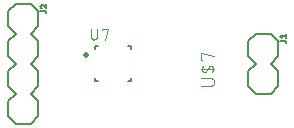
<source format=gbr>
G04 EAGLE Gerber RS-274X export*
G75*
%MOMM*%
%FSLAX34Y34*%
%LPD*%
%INSilkscreen Top*%
%IPPOS*%
%AMOC8*
5,1,8,0,0,1.08239X$1,22.5*%
G01*
%ADD10C,0.203200*%
%ADD11C,0.127000*%
%ADD12C,0.101600*%
%ADD13C,0.150000*%
%ADD14C,0.500000*%
%ADD15C,0.076200*%


D10*
X254000Y95250D02*
X254000Y82550D01*
X247650Y76200D01*
X234950Y76200D02*
X228600Y82550D01*
X247650Y76200D02*
X254000Y69850D01*
X254000Y57150D01*
X247650Y50800D01*
X234950Y50800D02*
X228600Y57150D01*
X228600Y69850D01*
X234950Y76200D01*
X234950Y101600D02*
X247650Y101600D01*
X254000Y95250D01*
X234950Y101600D02*
X228600Y95250D01*
X228600Y82550D01*
X234950Y50800D02*
X247650Y50800D01*
D11*
X255905Y95336D02*
X259659Y95336D01*
X259724Y95334D01*
X259788Y95328D01*
X259852Y95318D01*
X259916Y95305D01*
X259978Y95287D01*
X260039Y95266D01*
X260099Y95242D01*
X260157Y95213D01*
X260214Y95181D01*
X260268Y95146D01*
X260320Y95108D01*
X260370Y95066D01*
X260417Y95022D01*
X260461Y94975D01*
X260503Y94925D01*
X260541Y94873D01*
X260576Y94819D01*
X260608Y94762D01*
X260637Y94704D01*
X260661Y94644D01*
X260682Y94583D01*
X260700Y94521D01*
X260713Y94457D01*
X260723Y94393D01*
X260729Y94329D01*
X260731Y94264D01*
X260731Y93727D01*
X256977Y98284D02*
X255905Y99624D01*
X260731Y99624D01*
X260731Y98284D02*
X260731Y100965D01*
D10*
X50800Y44450D02*
X50800Y31750D01*
X44450Y25400D01*
X31750Y25400D02*
X25400Y31750D01*
X50800Y69850D02*
X44450Y76200D01*
X50800Y69850D02*
X50800Y57150D01*
X44450Y50800D01*
X31750Y50800D02*
X25400Y57150D01*
X25400Y69850D01*
X31750Y76200D01*
X44450Y50800D02*
X50800Y44450D01*
X31750Y50800D02*
X25400Y44450D01*
X25400Y31750D01*
X50800Y107950D02*
X50800Y120650D01*
X50800Y107950D02*
X44450Y101600D01*
X31750Y101600D02*
X25400Y107950D01*
X44450Y101600D02*
X50800Y95250D01*
X50800Y82550D01*
X44450Y76200D01*
X31750Y76200D02*
X25400Y82550D01*
X25400Y95250D01*
X31750Y101600D01*
X31750Y127000D02*
X44450Y127000D01*
X50800Y120650D01*
X31750Y127000D02*
X25400Y120650D01*
X25400Y107950D01*
X31750Y25400D02*
X44450Y25400D01*
D11*
X52705Y120736D02*
X56459Y120736D01*
X56524Y120734D01*
X56588Y120728D01*
X56652Y120718D01*
X56716Y120705D01*
X56778Y120687D01*
X56839Y120666D01*
X56899Y120642D01*
X56957Y120613D01*
X57014Y120581D01*
X57068Y120546D01*
X57120Y120508D01*
X57170Y120466D01*
X57217Y120422D01*
X57261Y120375D01*
X57303Y120325D01*
X57341Y120273D01*
X57376Y120219D01*
X57408Y120162D01*
X57437Y120104D01*
X57461Y120044D01*
X57482Y119983D01*
X57500Y119921D01*
X57513Y119857D01*
X57523Y119793D01*
X57529Y119729D01*
X57531Y119664D01*
X57531Y119127D01*
X52705Y125158D02*
X52707Y125226D01*
X52713Y125293D01*
X52722Y125360D01*
X52735Y125427D01*
X52752Y125492D01*
X52773Y125557D01*
X52797Y125620D01*
X52825Y125682D01*
X52856Y125742D01*
X52890Y125800D01*
X52928Y125856D01*
X52968Y125911D01*
X53012Y125962D01*
X53059Y126011D01*
X53108Y126058D01*
X53159Y126102D01*
X53214Y126142D01*
X53270Y126180D01*
X53328Y126214D01*
X53388Y126245D01*
X53450Y126273D01*
X53513Y126297D01*
X53578Y126318D01*
X53643Y126335D01*
X53710Y126348D01*
X53777Y126357D01*
X53844Y126363D01*
X53912Y126365D01*
X52705Y125158D02*
X52707Y125080D01*
X52713Y125002D01*
X52723Y124925D01*
X52736Y124848D01*
X52754Y124772D01*
X52775Y124697D01*
X52800Y124623D01*
X52829Y124551D01*
X52861Y124480D01*
X52897Y124411D01*
X52936Y124343D01*
X52979Y124278D01*
X53025Y124215D01*
X53074Y124154D01*
X53126Y124096D01*
X53181Y124041D01*
X53238Y123988D01*
X53298Y123939D01*
X53361Y123892D01*
X53426Y123849D01*
X53492Y123809D01*
X53561Y123772D01*
X53632Y123739D01*
X53704Y123709D01*
X53778Y123683D01*
X54850Y125963D02*
X54801Y126012D01*
X54749Y126059D01*
X54694Y126102D01*
X54637Y126143D01*
X54578Y126181D01*
X54517Y126215D01*
X54454Y126246D01*
X54390Y126274D01*
X54324Y126298D01*
X54258Y126318D01*
X54190Y126335D01*
X54121Y126348D01*
X54052Y126357D01*
X53982Y126363D01*
X53912Y126365D01*
X54850Y125963D02*
X57531Y123684D01*
X57531Y126365D01*
D12*
X188308Y57484D02*
X196746Y57484D01*
X196746Y57483D02*
X196859Y57485D01*
X196972Y57491D01*
X197085Y57501D01*
X197198Y57515D01*
X197310Y57532D01*
X197421Y57554D01*
X197531Y57579D01*
X197641Y57609D01*
X197749Y57642D01*
X197856Y57679D01*
X197962Y57719D01*
X198066Y57764D01*
X198169Y57812D01*
X198270Y57863D01*
X198369Y57918D01*
X198466Y57976D01*
X198561Y58038D01*
X198654Y58103D01*
X198744Y58171D01*
X198832Y58242D01*
X198918Y58317D01*
X199001Y58394D01*
X199081Y58474D01*
X199158Y58557D01*
X199233Y58643D01*
X199304Y58731D01*
X199372Y58821D01*
X199437Y58914D01*
X199499Y59009D01*
X199557Y59106D01*
X199612Y59205D01*
X199663Y59306D01*
X199711Y59409D01*
X199756Y59513D01*
X199796Y59619D01*
X199833Y59726D01*
X199866Y59834D01*
X199896Y59944D01*
X199921Y60054D01*
X199943Y60165D01*
X199960Y60277D01*
X199974Y60390D01*
X199984Y60503D01*
X199990Y60616D01*
X199992Y60729D01*
X199990Y60842D01*
X199984Y60955D01*
X199974Y61068D01*
X199960Y61181D01*
X199943Y61293D01*
X199921Y61404D01*
X199896Y61514D01*
X199866Y61624D01*
X199833Y61732D01*
X199796Y61839D01*
X199756Y61945D01*
X199711Y62049D01*
X199663Y62152D01*
X199612Y62253D01*
X199557Y62352D01*
X199499Y62449D01*
X199437Y62544D01*
X199372Y62637D01*
X199304Y62727D01*
X199233Y62815D01*
X199158Y62901D01*
X199081Y62984D01*
X199001Y63064D01*
X198918Y63141D01*
X198832Y63216D01*
X198744Y63287D01*
X198654Y63355D01*
X198561Y63420D01*
X198466Y63482D01*
X198369Y63540D01*
X198270Y63595D01*
X198169Y63646D01*
X198066Y63694D01*
X197962Y63739D01*
X197856Y63779D01*
X197749Y63816D01*
X197641Y63849D01*
X197531Y63879D01*
X197421Y63904D01*
X197310Y63926D01*
X197198Y63943D01*
X197085Y63957D01*
X196972Y63967D01*
X196859Y63973D01*
X196746Y63975D01*
X188308Y63975D01*
X188308Y71778D02*
X199992Y71778D01*
X194150Y71778D02*
X193176Y70156D01*
X193177Y70155D02*
X193130Y70082D01*
X193081Y70011D01*
X193028Y69942D01*
X192972Y69875D01*
X192913Y69811D01*
X192852Y69749D01*
X192788Y69691D01*
X192721Y69635D01*
X192652Y69583D01*
X192580Y69533D01*
X192506Y69487D01*
X192431Y69444D01*
X192353Y69405D01*
X192274Y69369D01*
X192193Y69337D01*
X192111Y69308D01*
X192028Y69283D01*
X191944Y69262D01*
X191859Y69245D01*
X191773Y69231D01*
X191687Y69222D01*
X191600Y69216D01*
X191513Y69214D01*
X191426Y69216D01*
X191339Y69222D01*
X191253Y69232D01*
X191167Y69245D01*
X191082Y69263D01*
X190998Y69284D01*
X190915Y69309D01*
X190832Y69338D01*
X190752Y69370D01*
X190673Y69406D01*
X190595Y69445D01*
X190520Y69488D01*
X190446Y69535D01*
X190375Y69584D01*
X190305Y69637D01*
X190239Y69692D01*
X190175Y69751D01*
X190113Y69812D01*
X190054Y69876D01*
X189999Y69943D01*
X189946Y70012D01*
X189896Y70084D01*
X189850Y70157D01*
X189807Y70233D01*
X189768Y70310D01*
X189732Y70389D01*
X189699Y70470D01*
X189671Y70552D01*
X189645Y70635D01*
X189624Y70719D01*
X189607Y70804D01*
X189606Y70805D02*
X189582Y70945D01*
X189562Y71087D01*
X189546Y71228D01*
X189535Y71370D01*
X189527Y71513D01*
X189523Y71655D01*
X189522Y71798D01*
X189526Y71941D01*
X189534Y72083D01*
X189546Y72225D01*
X189562Y72367D01*
X189581Y72508D01*
X189605Y72649D01*
X189632Y72789D01*
X189664Y72928D01*
X189699Y73066D01*
X189738Y73204D01*
X189781Y73340D01*
X189827Y73474D01*
X189878Y73608D01*
X189931Y73740D01*
X189989Y73870D01*
X190050Y73999D01*
X190115Y74126D01*
X190183Y74252D01*
X190255Y74375D01*
X194150Y71778D02*
X195124Y73401D01*
X195123Y73402D02*
X195170Y73475D01*
X195219Y73546D01*
X195272Y73616D01*
X195328Y73682D01*
X195387Y73746D01*
X195448Y73808D01*
X195512Y73866D01*
X195579Y73922D01*
X195648Y73974D01*
X195720Y74024D01*
X195794Y74070D01*
X195869Y74113D01*
X195947Y74152D01*
X196026Y74188D01*
X196107Y74220D01*
X196189Y74249D01*
X196272Y74274D01*
X196356Y74295D01*
X196441Y74312D01*
X196527Y74326D01*
X196614Y74335D01*
X196700Y74341D01*
X196787Y74343D01*
X196874Y74341D01*
X196961Y74335D01*
X197047Y74325D01*
X197133Y74312D01*
X197218Y74294D01*
X197302Y74273D01*
X197385Y74248D01*
X197468Y74219D01*
X197548Y74187D01*
X197627Y74151D01*
X197705Y74112D01*
X197780Y74069D01*
X197854Y74022D01*
X197925Y73973D01*
X197995Y73920D01*
X198061Y73865D01*
X198125Y73806D01*
X198187Y73745D01*
X198246Y73680D01*
X198301Y73614D01*
X198354Y73545D01*
X198404Y73473D01*
X198450Y73400D01*
X198493Y73324D01*
X198532Y73247D01*
X198568Y73168D01*
X198601Y73087D01*
X198629Y73005D01*
X198655Y72922D01*
X198676Y72838D01*
X198693Y72752D01*
X198694Y72752D02*
X198718Y72612D01*
X198738Y72470D01*
X198754Y72329D01*
X198765Y72187D01*
X198773Y72044D01*
X198777Y71902D01*
X198778Y71759D01*
X198774Y71616D01*
X198766Y71474D01*
X198754Y71332D01*
X198738Y71190D01*
X198719Y71049D01*
X198695Y70908D01*
X198668Y70768D01*
X198636Y70629D01*
X198601Y70491D01*
X198562Y70353D01*
X198519Y70217D01*
X198473Y70083D01*
X198422Y69949D01*
X198369Y69817D01*
X198311Y69687D01*
X198250Y69558D01*
X198185Y69431D01*
X198117Y69305D01*
X198045Y69182D01*
X189606Y79201D02*
X188308Y79201D01*
X188308Y85692D01*
X199992Y82446D01*
D13*
X129300Y61200D02*
X126800Y61200D01*
X129300Y61200D02*
X129300Y63700D01*
X129300Y91200D02*
X126800Y91200D01*
X129300Y91200D02*
X129300Y88700D01*
X101800Y61200D02*
X99300Y61200D01*
X99300Y63700D01*
X99300Y91200D02*
X101800Y91200D01*
X99300Y91200D02*
X99300Y88700D01*
D14*
X91200Y83700D03*
D15*
X95331Y99247D02*
X95331Y105919D01*
X95331Y99247D02*
X95333Y99148D01*
X95339Y99048D01*
X95348Y98949D01*
X95362Y98851D01*
X95379Y98753D01*
X95400Y98655D01*
X95425Y98559D01*
X95454Y98464D01*
X95486Y98369D01*
X95522Y98277D01*
X95561Y98185D01*
X95604Y98095D01*
X95650Y98007D01*
X95700Y97921D01*
X95753Y97837D01*
X95809Y97755D01*
X95869Y97675D01*
X95931Y97598D01*
X95997Y97523D01*
X96065Y97450D01*
X96136Y97381D01*
X96210Y97314D01*
X96286Y97250D01*
X96365Y97189D01*
X96446Y97131D01*
X96529Y97076D01*
X96614Y97025D01*
X96701Y96977D01*
X96790Y96932D01*
X96881Y96891D01*
X96973Y96853D01*
X97066Y96819D01*
X97161Y96789D01*
X97257Y96762D01*
X97354Y96739D01*
X97451Y96720D01*
X97550Y96705D01*
X97649Y96693D01*
X97748Y96685D01*
X97847Y96681D01*
X97947Y96681D01*
X98046Y96685D01*
X98145Y96693D01*
X98244Y96705D01*
X98343Y96720D01*
X98440Y96739D01*
X98537Y96762D01*
X98633Y96789D01*
X98728Y96819D01*
X98821Y96853D01*
X98913Y96891D01*
X99004Y96932D01*
X99093Y96977D01*
X99180Y97025D01*
X99265Y97076D01*
X99348Y97131D01*
X99429Y97189D01*
X99508Y97250D01*
X99584Y97314D01*
X99658Y97381D01*
X99729Y97450D01*
X99797Y97523D01*
X99863Y97598D01*
X99925Y97675D01*
X99985Y97755D01*
X100041Y97837D01*
X100094Y97921D01*
X100144Y98007D01*
X100190Y98095D01*
X100233Y98185D01*
X100272Y98277D01*
X100308Y98369D01*
X100340Y98464D01*
X100369Y98559D01*
X100394Y98655D01*
X100415Y98753D01*
X100432Y98851D01*
X100446Y98949D01*
X100455Y99048D01*
X100461Y99148D01*
X100463Y99247D01*
X100463Y105919D01*
X104631Y105919D02*
X104631Y104893D01*
X104631Y105919D02*
X109763Y105919D01*
X107197Y96681D01*
M02*

</source>
